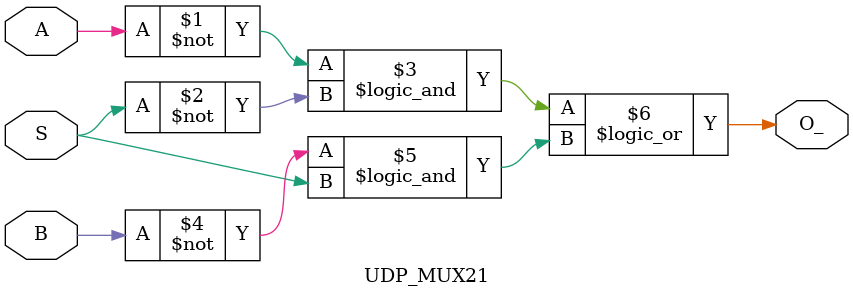
<source format=v>
module UDP_MUX21(O_, A,B, S);
output	O_;
input	A, B, S;
  assign O_ = ((~A && ~S) || (~B && S));
endmodule
</source>
